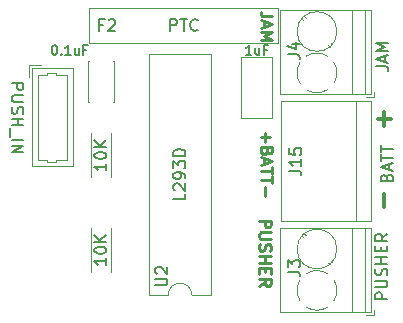
<source format=gto>
G04 #@! TF.FileFunction,Legend,Top*
%FSLAX46Y46*%
G04 Gerber Fmt 4.6, Leading zero omitted, Abs format (unit mm)*
G04 Created by KiCad (PCBNEW 4.0.7) date 07/04/19 18:57:09*
%MOMM*%
%LPD*%
G01*
G04 APERTURE LIST*
%ADD10C,0.100000*%
%ADD11C,0.300000*%
%ADD12C,0.150000*%
%ADD13C,0.250000*%
%ADD14C,0.120000*%
G04 APERTURE END LIST*
D10*
D11*
X214483143Y-67246428D02*
X214483143Y-66103571D01*
X213931572Y-59797143D02*
X215074429Y-59797143D01*
X214503000Y-60368571D02*
X214503000Y-59225714D01*
D12*
X182935619Y-56761429D02*
X183935619Y-56761429D01*
X183935619Y-57142382D01*
X183888000Y-57237620D01*
X183840381Y-57285239D01*
X183745143Y-57332858D01*
X183602286Y-57332858D01*
X183507048Y-57285239D01*
X183459429Y-57237620D01*
X183411810Y-57142382D01*
X183411810Y-56761429D01*
X183935619Y-57761429D02*
X183126095Y-57761429D01*
X183030857Y-57809048D01*
X182983238Y-57856667D01*
X182935619Y-57951905D01*
X182935619Y-58142382D01*
X182983238Y-58237620D01*
X183030857Y-58285239D01*
X183126095Y-58332858D01*
X183935619Y-58332858D01*
X182983238Y-58761429D02*
X182935619Y-58904286D01*
X182935619Y-59142382D01*
X182983238Y-59237620D01*
X183030857Y-59285239D01*
X183126095Y-59332858D01*
X183221333Y-59332858D01*
X183316571Y-59285239D01*
X183364190Y-59237620D01*
X183411810Y-59142382D01*
X183459429Y-58951905D01*
X183507048Y-58856667D01*
X183554667Y-58809048D01*
X183649905Y-58761429D01*
X183745143Y-58761429D01*
X183840381Y-58809048D01*
X183888000Y-58856667D01*
X183935619Y-58951905D01*
X183935619Y-59190001D01*
X183888000Y-59332858D01*
X182935619Y-59761429D02*
X183935619Y-59761429D01*
X183459429Y-59761429D02*
X183459429Y-60332858D01*
X182935619Y-60332858D02*
X183935619Y-60332858D01*
X182840381Y-60570953D02*
X182840381Y-61332858D01*
X182935619Y-61570953D02*
X183935619Y-61570953D01*
X182935619Y-62047143D02*
X183935619Y-62047143D01*
X182935619Y-62618572D01*
X183935619Y-62618572D01*
D13*
X203890619Y-68381905D02*
X204890619Y-68381905D01*
X204890619Y-68762858D01*
X204843000Y-68858096D01*
X204795381Y-68905715D01*
X204700143Y-68953334D01*
X204557286Y-68953334D01*
X204462048Y-68905715D01*
X204414429Y-68858096D01*
X204366810Y-68762858D01*
X204366810Y-68381905D01*
X204890619Y-69381905D02*
X204081095Y-69381905D01*
X203985857Y-69429524D01*
X203938238Y-69477143D01*
X203890619Y-69572381D01*
X203890619Y-69762858D01*
X203938238Y-69858096D01*
X203985857Y-69905715D01*
X204081095Y-69953334D01*
X204890619Y-69953334D01*
X203938238Y-70381905D02*
X203890619Y-70524762D01*
X203890619Y-70762858D01*
X203938238Y-70858096D01*
X203985857Y-70905715D01*
X204081095Y-70953334D01*
X204176333Y-70953334D01*
X204271571Y-70905715D01*
X204319190Y-70858096D01*
X204366810Y-70762858D01*
X204414429Y-70572381D01*
X204462048Y-70477143D01*
X204509667Y-70429524D01*
X204604905Y-70381905D01*
X204700143Y-70381905D01*
X204795381Y-70429524D01*
X204843000Y-70477143D01*
X204890619Y-70572381D01*
X204890619Y-70810477D01*
X204843000Y-70953334D01*
X203890619Y-71381905D02*
X204890619Y-71381905D01*
X204414429Y-71381905D02*
X204414429Y-71953334D01*
X203890619Y-71953334D02*
X204890619Y-71953334D01*
X204414429Y-72429524D02*
X204414429Y-72762858D01*
X203890619Y-72905715D02*
X203890619Y-72429524D01*
X204890619Y-72429524D01*
X204890619Y-72905715D01*
X203890619Y-73905715D02*
X204366810Y-73572381D01*
X203890619Y-73334286D02*
X204890619Y-73334286D01*
X204890619Y-73715239D01*
X204843000Y-73810477D01*
X204795381Y-73858096D01*
X204700143Y-73905715D01*
X204557286Y-73905715D01*
X204462048Y-73858096D01*
X204414429Y-73810477D01*
X204366810Y-73715239D01*
X204366810Y-73334286D01*
X205017619Y-51085858D02*
X204303333Y-51085858D01*
X204160476Y-51038238D01*
X204065238Y-50943000D01*
X204017619Y-50800143D01*
X204017619Y-50704905D01*
X204303333Y-51514429D02*
X204303333Y-51990620D01*
X204017619Y-51419191D02*
X205017619Y-51752524D01*
X204017619Y-52085858D01*
X204017619Y-52419191D02*
X205017619Y-52419191D01*
X204303333Y-52752525D01*
X205017619Y-53085858D01*
X204017619Y-53085858D01*
X204398571Y-60936524D02*
X204398571Y-61698429D01*
X204017619Y-61317477D02*
X204779524Y-61317477D01*
X204541429Y-62507953D02*
X204493810Y-62650810D01*
X204446190Y-62698429D01*
X204350952Y-62746048D01*
X204208095Y-62746048D01*
X204112857Y-62698429D01*
X204065238Y-62650810D01*
X204017619Y-62555572D01*
X204017619Y-62174619D01*
X205017619Y-62174619D01*
X205017619Y-62507953D01*
X204970000Y-62603191D01*
X204922381Y-62650810D01*
X204827143Y-62698429D01*
X204731905Y-62698429D01*
X204636667Y-62650810D01*
X204589048Y-62603191D01*
X204541429Y-62507953D01*
X204541429Y-62174619D01*
X204303333Y-63127000D02*
X204303333Y-63603191D01*
X204017619Y-63031762D02*
X205017619Y-63365095D01*
X204017619Y-63698429D01*
X205017619Y-63888905D02*
X205017619Y-64460334D01*
X204017619Y-64174619D02*
X205017619Y-64174619D01*
X205017619Y-64650810D02*
X205017619Y-65222239D01*
X204017619Y-64936524D02*
X205017619Y-64936524D01*
X204398571Y-65555572D02*
X204398571Y-66317477D01*
D14*
X191358000Y-69045000D02*
X191358000Y-72765000D01*
X189638000Y-69045000D02*
X189638000Y-72765000D01*
X189638000Y-64685000D02*
X189638000Y-60965000D01*
X191358000Y-64685000D02*
X191358000Y-60965000D01*
X205018000Y-54570000D02*
X205018000Y-59690000D01*
X202398000Y-54570000D02*
X202398000Y-59690000D01*
X205018000Y-54570000D02*
X202398000Y-54570000D01*
X205018000Y-59690000D02*
X202398000Y-59690000D01*
X191608000Y-54855000D02*
X191608000Y-58375000D01*
X189388000Y-54855000D02*
X189388000Y-58375000D01*
X191608000Y-54855000D02*
X191494000Y-54855000D01*
X189502000Y-54855000D02*
X189388000Y-54855000D01*
X191608000Y-58375000D02*
X191494000Y-58375000D01*
X189502000Y-58375000D02*
X189388000Y-58375000D01*
X196188000Y-74695000D02*
G75*
G02X198188000Y-74695000I1000000J0D01*
G01*
X198188000Y-74695000D02*
X199838000Y-74695000D01*
X199838000Y-74695000D02*
X199838000Y-54255000D01*
X199838000Y-54255000D02*
X194538000Y-54255000D01*
X194538000Y-54255000D02*
X194538000Y-74695000D01*
X194538000Y-74695000D02*
X196188000Y-74695000D01*
X210212721Y-54989736D02*
G75*
G02X210468000Y-55880000I-1424721J-890264D01*
G01*
X207897807Y-54454495D02*
G75*
G02X209679000Y-54455000I890193J-1425505D01*
G01*
X207362642Y-56769894D02*
G75*
G02X207348000Y-55014000I1425358J889894D01*
G01*
X209677894Y-57305358D02*
G75*
G02X207922000Y-57320000I-889894J1425358D01*
G01*
X210468099Y-55851326D02*
G75*
G02X210228000Y-56746000I-1680099J-28674D01*
G01*
X210468000Y-52380000D02*
G75*
G03X210468000Y-52380000I-1680000J0D01*
G01*
X212888000Y-57690000D02*
X212888000Y-50570000D01*
X211788000Y-57690000D02*
X211788000Y-50570000D01*
X205628000Y-57690000D02*
X205628000Y-50570000D01*
X213348000Y-57690000D02*
X213348000Y-50570000D01*
X205628000Y-57690000D02*
X213348000Y-57690000D01*
X205628000Y-50570000D02*
X213348000Y-50570000D01*
X207719000Y-51105000D02*
X207847000Y-51234000D01*
X209969000Y-53355000D02*
X210062000Y-53449000D01*
X207513000Y-51310000D02*
X207607000Y-51404000D01*
X209729000Y-53525000D02*
X209857000Y-53654000D01*
X212948000Y-57930000D02*
X213588000Y-57930000D01*
X213588000Y-57930000D02*
X213588000Y-57530000D01*
X188153000Y-55500000D02*
X184653000Y-55500000D01*
X184653000Y-55500000D02*
X184653000Y-63800000D01*
X184653000Y-63800000D02*
X188153000Y-63800000D01*
X188153000Y-63800000D02*
X188153000Y-55500000D01*
X185203000Y-59650000D02*
X185203000Y-56050000D01*
X185203000Y-56050000D02*
X185928000Y-56050000D01*
X185928000Y-56050000D02*
X185928000Y-55850000D01*
X185928000Y-55850000D02*
X186728000Y-55850000D01*
X186728000Y-55850000D02*
X186728000Y-56050000D01*
X186728000Y-56050000D02*
X187603000Y-56050000D01*
X187603000Y-56050000D02*
X187603000Y-59650000D01*
X185203000Y-59650000D02*
X185203000Y-63250000D01*
X185203000Y-63250000D02*
X185928000Y-63250000D01*
X185928000Y-63250000D02*
X185928000Y-63450000D01*
X185928000Y-63450000D02*
X186728000Y-63450000D01*
X186728000Y-63450000D02*
X186728000Y-63250000D01*
X186728000Y-63250000D02*
X187603000Y-63250000D01*
X187603000Y-63250000D02*
X187603000Y-59650000D01*
X184403000Y-55250000D02*
X185403000Y-55250000D01*
X184403000Y-55250000D02*
X184403000Y-56250000D01*
X189498000Y-53365000D02*
X189498000Y-50365000D01*
X205498000Y-53365000D02*
X189498000Y-53365000D01*
X205498000Y-50365000D02*
X205498000Y-53365000D01*
X189498000Y-50365000D02*
X205498000Y-50365000D01*
X210212721Y-73404736D02*
G75*
G02X210468000Y-74295000I-1424721J-890264D01*
G01*
X207897807Y-72869495D02*
G75*
G02X209679000Y-72870000I890193J-1425505D01*
G01*
X207362642Y-75184894D02*
G75*
G02X207348000Y-73429000I1425358J889894D01*
G01*
X209677894Y-75720358D02*
G75*
G02X207922000Y-75735000I-889894J1425358D01*
G01*
X210468099Y-74266326D02*
G75*
G02X210228000Y-75161000I-1680099J-28674D01*
G01*
X210468000Y-70795000D02*
G75*
G03X210468000Y-70795000I-1680000J0D01*
G01*
X212888000Y-76105000D02*
X212888000Y-68985000D01*
X211788000Y-76105000D02*
X211788000Y-68985000D01*
X205628000Y-76105000D02*
X205628000Y-68985000D01*
X213348000Y-76105000D02*
X213348000Y-68985000D01*
X205628000Y-76105000D02*
X213348000Y-76105000D01*
X205628000Y-68985000D02*
X213348000Y-68985000D01*
X207719000Y-69520000D02*
X207847000Y-69649000D01*
X209969000Y-71770000D02*
X210062000Y-71864000D01*
X207513000Y-69725000D02*
X207607000Y-69819000D01*
X209729000Y-71940000D02*
X209857000Y-72069000D01*
X212948000Y-76345000D02*
X213588000Y-76345000D01*
X213588000Y-76345000D02*
X213588000Y-75945000D01*
X212090000Y-58293000D02*
X212090000Y-68453000D01*
X213360000Y-58293000D02*
X205740000Y-58293000D01*
X205740000Y-58293000D02*
X205740000Y-68453000D01*
X205740000Y-68453000D02*
X213360000Y-68453000D01*
X213360000Y-68453000D02*
X213360000Y-58293000D01*
D12*
X190950381Y-71555476D02*
X190950381Y-72126905D01*
X190950381Y-71841191D02*
X189950381Y-71841191D01*
X190093238Y-71936429D01*
X190188476Y-72031667D01*
X190236095Y-72126905D01*
X189950381Y-70936429D02*
X189950381Y-70841190D01*
X189998000Y-70745952D01*
X190045619Y-70698333D01*
X190140857Y-70650714D01*
X190331333Y-70603095D01*
X190569429Y-70603095D01*
X190759905Y-70650714D01*
X190855143Y-70698333D01*
X190902762Y-70745952D01*
X190950381Y-70841190D01*
X190950381Y-70936429D01*
X190902762Y-71031667D01*
X190855143Y-71079286D01*
X190759905Y-71126905D01*
X190569429Y-71174524D01*
X190331333Y-71174524D01*
X190140857Y-71126905D01*
X190045619Y-71079286D01*
X189998000Y-71031667D01*
X189950381Y-70936429D01*
X190950381Y-70174524D02*
X189950381Y-70174524D01*
X190950381Y-69603095D02*
X190378952Y-70031667D01*
X189950381Y-69603095D02*
X190521810Y-70174524D01*
X190950381Y-63555476D02*
X190950381Y-64126905D01*
X190950381Y-63841191D02*
X189950381Y-63841191D01*
X190093238Y-63936429D01*
X190188476Y-64031667D01*
X190236095Y-64126905D01*
X189950381Y-62936429D02*
X189950381Y-62841190D01*
X189998000Y-62745952D01*
X190045619Y-62698333D01*
X190140857Y-62650714D01*
X190331333Y-62603095D01*
X190569429Y-62603095D01*
X190759905Y-62650714D01*
X190855143Y-62698333D01*
X190902762Y-62745952D01*
X190950381Y-62841190D01*
X190950381Y-62936429D01*
X190902762Y-63031667D01*
X190855143Y-63079286D01*
X190759905Y-63126905D01*
X190569429Y-63174524D01*
X190331333Y-63174524D01*
X190140857Y-63126905D01*
X190045619Y-63079286D01*
X189998000Y-63031667D01*
X189950381Y-62936429D01*
X190950381Y-62174524D02*
X189950381Y-62174524D01*
X190950381Y-61603095D02*
X190378952Y-62031667D01*
X189950381Y-61603095D02*
X190521810Y-62174524D01*
X203231810Y-54336905D02*
X202774667Y-54336905D01*
X203003238Y-54336905D02*
X203003238Y-53536905D01*
X202927048Y-53651190D01*
X202850857Y-53727381D01*
X202774667Y-53765476D01*
X203917524Y-53803571D02*
X203917524Y-54336905D01*
X203574667Y-53803571D02*
X203574667Y-54222619D01*
X203612762Y-54298810D01*
X203688953Y-54336905D01*
X203803239Y-54336905D01*
X203879429Y-54298810D01*
X203917524Y-54260714D01*
X204565144Y-53917857D02*
X204298477Y-53917857D01*
X204298477Y-54336905D02*
X204298477Y-53536905D01*
X204679430Y-53536905D01*
X186518714Y-53536905D02*
X186594905Y-53536905D01*
X186671095Y-53575000D01*
X186709190Y-53613095D01*
X186747286Y-53689286D01*
X186785381Y-53841667D01*
X186785381Y-54032143D01*
X186747286Y-54184524D01*
X186709190Y-54260714D01*
X186671095Y-54298810D01*
X186594905Y-54336905D01*
X186518714Y-54336905D01*
X186442524Y-54298810D01*
X186404428Y-54260714D01*
X186366333Y-54184524D01*
X186328238Y-54032143D01*
X186328238Y-53841667D01*
X186366333Y-53689286D01*
X186404428Y-53613095D01*
X186442524Y-53575000D01*
X186518714Y-53536905D01*
X187128238Y-54260714D02*
X187166333Y-54298810D01*
X187128238Y-54336905D01*
X187090143Y-54298810D01*
X187128238Y-54260714D01*
X187128238Y-54336905D01*
X187928238Y-54336905D02*
X187471095Y-54336905D01*
X187699666Y-54336905D02*
X187699666Y-53536905D01*
X187623476Y-53651190D01*
X187547285Y-53727381D01*
X187471095Y-53765476D01*
X188613952Y-53803571D02*
X188613952Y-54336905D01*
X188271095Y-53803571D02*
X188271095Y-54222619D01*
X188309190Y-54298810D01*
X188385381Y-54336905D01*
X188499667Y-54336905D01*
X188575857Y-54298810D01*
X188613952Y-54260714D01*
X189261572Y-53917857D02*
X188994905Y-53917857D01*
X188994905Y-54336905D02*
X188994905Y-53536905D01*
X189375858Y-53536905D01*
X195116381Y-73872905D02*
X195925905Y-73872905D01*
X196021143Y-73825286D01*
X196068762Y-73777667D01*
X196116381Y-73682429D01*
X196116381Y-73491952D01*
X196068762Y-73396714D01*
X196021143Y-73349095D01*
X195925905Y-73301476D01*
X195116381Y-73301476D01*
X195211619Y-72872905D02*
X195164000Y-72825286D01*
X195116381Y-72730048D01*
X195116381Y-72491952D01*
X195164000Y-72396714D01*
X195211619Y-72349095D01*
X195306857Y-72301476D01*
X195402095Y-72301476D01*
X195544952Y-72349095D01*
X196116381Y-72920524D01*
X196116381Y-72301476D01*
X197640381Y-66094047D02*
X197640381Y-66570238D01*
X196640381Y-66570238D01*
X196735619Y-65808333D02*
X196688000Y-65760714D01*
X196640381Y-65665476D01*
X196640381Y-65427380D01*
X196688000Y-65332142D01*
X196735619Y-65284523D01*
X196830857Y-65236904D01*
X196926095Y-65236904D01*
X197068952Y-65284523D01*
X197640381Y-65855952D01*
X197640381Y-65236904D01*
X197640381Y-64760714D02*
X197640381Y-64570238D01*
X197592762Y-64474999D01*
X197545143Y-64427380D01*
X197402286Y-64332142D01*
X197211810Y-64284523D01*
X196830857Y-64284523D01*
X196735619Y-64332142D01*
X196688000Y-64379761D01*
X196640381Y-64474999D01*
X196640381Y-64665476D01*
X196688000Y-64760714D01*
X196735619Y-64808333D01*
X196830857Y-64855952D01*
X197068952Y-64855952D01*
X197164190Y-64808333D01*
X197211810Y-64760714D01*
X197259429Y-64665476D01*
X197259429Y-64474999D01*
X197211810Y-64379761D01*
X197164190Y-64332142D01*
X197068952Y-64284523D01*
X196640381Y-63951190D02*
X196640381Y-63332142D01*
X197021333Y-63665476D01*
X197021333Y-63522618D01*
X197068952Y-63427380D01*
X197116571Y-63379761D01*
X197211810Y-63332142D01*
X197449905Y-63332142D01*
X197545143Y-63379761D01*
X197592762Y-63427380D01*
X197640381Y-63522618D01*
X197640381Y-63808333D01*
X197592762Y-63903571D01*
X197545143Y-63951190D01*
X197640381Y-62903571D02*
X196640381Y-62903571D01*
X196640381Y-62665476D01*
X196688000Y-62522618D01*
X196783238Y-62427380D01*
X196878476Y-62379761D01*
X197068952Y-62332142D01*
X197211810Y-62332142D01*
X197402286Y-62379761D01*
X197497524Y-62427380D01*
X197592762Y-62522618D01*
X197640381Y-62665476D01*
X197640381Y-62903571D01*
X206335381Y-54308333D02*
X207049667Y-54308333D01*
X207192524Y-54355953D01*
X207287762Y-54451191D01*
X207335381Y-54594048D01*
X207335381Y-54689286D01*
X206668714Y-53403571D02*
X207335381Y-53403571D01*
X206287762Y-53641667D02*
X207002048Y-53879762D01*
X207002048Y-53260714D01*
X213828381Y-55340142D02*
X214542667Y-55340142D01*
X214685524Y-55387762D01*
X214780762Y-55483000D01*
X214828381Y-55625857D01*
X214828381Y-55721095D01*
X214542667Y-54911571D02*
X214542667Y-54435380D01*
X214828381Y-55006809D02*
X213828381Y-54673476D01*
X214828381Y-54340142D01*
X214828381Y-54006809D02*
X213828381Y-54006809D01*
X214542667Y-53673475D01*
X213828381Y-53340142D01*
X214828381Y-53340142D01*
X190664667Y-51793571D02*
X190331333Y-51793571D01*
X190331333Y-52317381D02*
X190331333Y-51317381D01*
X190807524Y-51317381D01*
X191140857Y-51412619D02*
X191188476Y-51365000D01*
X191283714Y-51317381D01*
X191521810Y-51317381D01*
X191617048Y-51365000D01*
X191664667Y-51412619D01*
X191712286Y-51507857D01*
X191712286Y-51603095D01*
X191664667Y-51745952D01*
X191093238Y-52317381D01*
X191712286Y-52317381D01*
X196355143Y-52317381D02*
X196355143Y-51317381D01*
X196736096Y-51317381D01*
X196831334Y-51365000D01*
X196878953Y-51412619D01*
X196926572Y-51507857D01*
X196926572Y-51650714D01*
X196878953Y-51745952D01*
X196831334Y-51793571D01*
X196736096Y-51841190D01*
X196355143Y-51841190D01*
X197212286Y-51317381D02*
X197783715Y-51317381D01*
X197498000Y-52317381D02*
X197498000Y-51317381D01*
X198688477Y-52222143D02*
X198640858Y-52269762D01*
X198498001Y-52317381D01*
X198402763Y-52317381D01*
X198259905Y-52269762D01*
X198164667Y-52174524D01*
X198117048Y-52079286D01*
X198069429Y-51888810D01*
X198069429Y-51745952D01*
X198117048Y-51555476D01*
X198164667Y-51460238D01*
X198259905Y-51365000D01*
X198402763Y-51317381D01*
X198498001Y-51317381D01*
X198640858Y-51365000D01*
X198688477Y-51412619D01*
X206335381Y-72723333D02*
X207049667Y-72723333D01*
X207192524Y-72770953D01*
X207287762Y-72866191D01*
X207335381Y-73009048D01*
X207335381Y-73104286D01*
X206335381Y-72342381D02*
X206335381Y-71723333D01*
X206716333Y-72056667D01*
X206716333Y-71913809D01*
X206763952Y-71818571D01*
X206811571Y-71770952D01*
X206906810Y-71723333D01*
X207144905Y-71723333D01*
X207240143Y-71770952D01*
X207287762Y-71818571D01*
X207335381Y-71913809D01*
X207335381Y-72199524D01*
X207287762Y-72294762D01*
X207240143Y-72342381D01*
X214740381Y-75033095D02*
X213740381Y-75033095D01*
X213740381Y-74652142D01*
X213788000Y-74556904D01*
X213835619Y-74509285D01*
X213930857Y-74461666D01*
X214073714Y-74461666D01*
X214168952Y-74509285D01*
X214216571Y-74556904D01*
X214264190Y-74652142D01*
X214264190Y-75033095D01*
X213740381Y-74033095D02*
X214549905Y-74033095D01*
X214645143Y-73985476D01*
X214692762Y-73937857D01*
X214740381Y-73842619D01*
X214740381Y-73652142D01*
X214692762Y-73556904D01*
X214645143Y-73509285D01*
X214549905Y-73461666D01*
X213740381Y-73461666D01*
X214692762Y-73033095D02*
X214740381Y-72890238D01*
X214740381Y-72652142D01*
X214692762Y-72556904D01*
X214645143Y-72509285D01*
X214549905Y-72461666D01*
X214454667Y-72461666D01*
X214359429Y-72509285D01*
X214311810Y-72556904D01*
X214264190Y-72652142D01*
X214216571Y-72842619D01*
X214168952Y-72937857D01*
X214121333Y-72985476D01*
X214026095Y-73033095D01*
X213930857Y-73033095D01*
X213835619Y-72985476D01*
X213788000Y-72937857D01*
X213740381Y-72842619D01*
X213740381Y-72604523D01*
X213788000Y-72461666D01*
X214740381Y-72033095D02*
X213740381Y-72033095D01*
X214216571Y-72033095D02*
X214216571Y-71461666D01*
X214740381Y-71461666D02*
X213740381Y-71461666D01*
X214216571Y-70985476D02*
X214216571Y-70652142D01*
X214740381Y-70509285D02*
X214740381Y-70985476D01*
X213740381Y-70985476D01*
X213740381Y-70509285D01*
X214740381Y-69509285D02*
X214264190Y-69842619D01*
X214740381Y-70080714D02*
X213740381Y-70080714D01*
X213740381Y-69699761D01*
X213788000Y-69604523D01*
X213835619Y-69556904D01*
X213930857Y-69509285D01*
X214073714Y-69509285D01*
X214168952Y-69556904D01*
X214216571Y-69604523D01*
X214264190Y-69699761D01*
X214264190Y-70080714D01*
X206462381Y-64182523D02*
X207176667Y-64182523D01*
X207319524Y-64230143D01*
X207414762Y-64325381D01*
X207462381Y-64468238D01*
X207462381Y-64563476D01*
X207462381Y-63182523D02*
X207462381Y-63753952D01*
X207462381Y-63468238D02*
X206462381Y-63468238D01*
X206605238Y-63563476D01*
X206700476Y-63658714D01*
X206748095Y-63753952D01*
X206462381Y-62277761D02*
X206462381Y-62753952D01*
X206938571Y-62801571D01*
X206890952Y-62753952D01*
X206843333Y-62658714D01*
X206843333Y-62420618D01*
X206890952Y-62325380D01*
X206938571Y-62277761D01*
X207033810Y-62230142D01*
X207271905Y-62230142D01*
X207367143Y-62277761D01*
X207414762Y-62325380D01*
X207462381Y-62420618D01*
X207462381Y-62658714D01*
X207414762Y-62753952D01*
X207367143Y-62801571D01*
X214678571Y-64732047D02*
X214726190Y-64589190D01*
X214773810Y-64541571D01*
X214869048Y-64493952D01*
X215011905Y-64493952D01*
X215107143Y-64541571D01*
X215154762Y-64589190D01*
X215202381Y-64684428D01*
X215202381Y-65065381D01*
X214202381Y-65065381D01*
X214202381Y-64732047D01*
X214250000Y-64636809D01*
X214297619Y-64589190D01*
X214392857Y-64541571D01*
X214488095Y-64541571D01*
X214583333Y-64589190D01*
X214630952Y-64636809D01*
X214678571Y-64732047D01*
X214678571Y-65065381D01*
X214916667Y-64113000D02*
X214916667Y-63636809D01*
X215202381Y-64208238D02*
X214202381Y-63874905D01*
X215202381Y-63541571D01*
X214202381Y-63351095D02*
X214202381Y-62779666D01*
X215202381Y-63065381D02*
X214202381Y-63065381D01*
X214202381Y-62589190D02*
X214202381Y-62017761D01*
X215202381Y-62303476D02*
X214202381Y-62303476D01*
M02*

</source>
